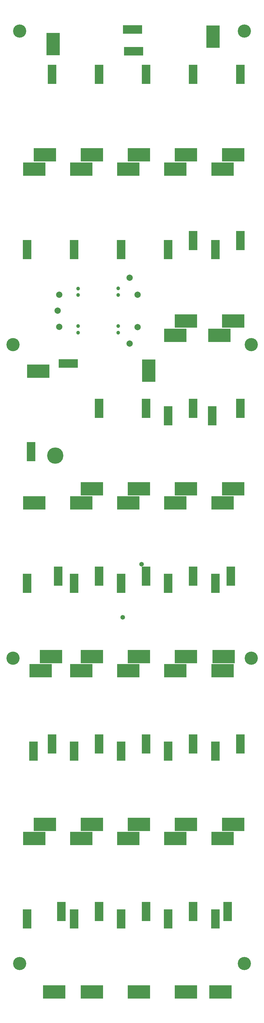
<source format=gts>
%FSLAX44Y44*%
%MOMM*%
G71*
G01*
G75*
G04 Layer_Color=8388736*
%ADD10R,6.0000X2.5000*%
%ADD11R,4.0000X6.9850*%
%ADD12R,2.5000X6.0000*%
%ADD13R,6.9850X4.0000*%
%ADD14C,1.0000*%
%ADD15C,0.2540*%
%ADD16C,5.0000*%
%ADD17C,1.0000*%
%ADD18C,1.8000*%
%ADD19C,4.0000*%
%ADD20C,1.2700*%
%ADD21R,1.0200X3.8000*%
%ADD22R,1.2192X0.8128*%
%ADD23R,0.3556X0.7620*%
%ADD24R,0.7620X0.3556*%
%ADD25R,2.7940X2.7940*%
%ADD26C,0.2730*%
%ADD27R,6.2032X2.7032*%
%ADD28R,4.2032X7.1882*%
%ADD29R,2.7032X6.2032*%
%ADD30R,7.1882X4.2032*%
%ADD31C,5.2032*%
%ADD32C,1.2032*%
%ADD33C,2.0032*%
%ADD34C,4.2032*%
%ADD35C,1.4732*%
D27*
X414780Y3035240D02*
D03*
X411220Y3104760D02*
D03*
X206220Y2039760D02*
D03*
D28*
X158240Y3058100D02*
D03*
X667760Y3081900D02*
D03*
X462760Y2016900D02*
D03*
D29*
X754760Y2961780D02*
D03*
X604760D02*
D03*
X454760D02*
D03*
X304760D02*
D03*
X154760D02*
D03*
X75240Y2403220D02*
D03*
X225240D02*
D03*
X375240D02*
D03*
X525240D02*
D03*
X675240D02*
D03*
X754760Y2431780D02*
D03*
X604760D02*
D03*
X525240Y1873220D02*
D03*
X665240D02*
D03*
X754760Y1896780D02*
D03*
X604760D02*
D03*
X454760D02*
D03*
X304760D02*
D03*
X88240Y1758220D02*
D03*
X75240Y1338220D02*
D03*
X225240D02*
D03*
X375240D02*
D03*
X525240D02*
D03*
X675240D02*
D03*
X724760Y1361780D02*
D03*
X604760D02*
D03*
X454760D02*
D03*
X304760D02*
D03*
X174760D02*
D03*
X95240Y803220D02*
D03*
X225240D02*
D03*
X375240D02*
D03*
X525240D02*
D03*
X675240D02*
D03*
X754760Y826780D02*
D03*
X604760D02*
D03*
X454760D02*
D03*
X304760D02*
D03*
X154760D02*
D03*
X75240Y268220D02*
D03*
X225240D02*
D03*
X375240D02*
D03*
X525240D02*
D03*
X675240D02*
D03*
X714760Y291780D02*
D03*
X604760D02*
D03*
X454760D02*
D03*
X304760D02*
D03*
X184760D02*
D03*
D30*
X731900Y2705240D02*
D03*
X581900D02*
D03*
X431900D02*
D03*
X281900D02*
D03*
X131900D02*
D03*
X98100Y2659760D02*
D03*
X248100D02*
D03*
X398100D02*
D03*
X548100D02*
D03*
X698100D02*
D03*
X731900Y2175240D02*
D03*
X581900D02*
D03*
X548100Y2129760D02*
D03*
X688100D02*
D03*
X731900Y1640240D02*
D03*
X581900D02*
D03*
X431900D02*
D03*
X281900D02*
D03*
X111100Y2014760D02*
D03*
X98100Y1594760D02*
D03*
X248100D02*
D03*
X398100D02*
D03*
X548100D02*
D03*
X698100D02*
D03*
X701900Y1105240D02*
D03*
X581900D02*
D03*
X431900D02*
D03*
X281900D02*
D03*
X151900D02*
D03*
X118100Y1059760D02*
D03*
X248100D02*
D03*
X398100D02*
D03*
X548100D02*
D03*
X698100D02*
D03*
X731900Y570240D02*
D03*
X581900D02*
D03*
X431900D02*
D03*
X281900D02*
D03*
X131900D02*
D03*
X98100Y524760D02*
D03*
X248100D02*
D03*
X398100D02*
D03*
X548100D02*
D03*
X698100D02*
D03*
X691900Y35240D02*
D03*
X581900D02*
D03*
X431900D02*
D03*
X281900D02*
D03*
X161900D02*
D03*
D31*
X165000Y1746000D02*
D03*
D32*
X238052Y2138133D02*
D03*
Y2258029D02*
D03*
X366052Y2138133D02*
D03*
Y2258133D02*
D03*
Y2278889D02*
D03*
Y2158889D02*
D03*
X238052Y2278785D02*
D03*
Y2158889D02*
D03*
D33*
X172771Y2208128D02*
D03*
X177475Y2258907D02*
D03*
X402148Y2313484D02*
D03*
X427205Y2259001D02*
D03*
Y2155998D02*
D03*
X402148Y2103261D02*
D03*
X177475Y2156907D02*
D03*
D34*
X30000Y1100000D02*
D03*
X52000Y126500D02*
D03*
X768000D02*
D03*
X790000Y1100000D02*
D03*
Y2100000D02*
D03*
X768000Y3100000D02*
D03*
X52000D02*
D03*
X30000Y2100000D02*
D03*
D35*
X440000Y1400000D02*
D03*
X380000Y1230000D02*
D03*
M02*

</source>
